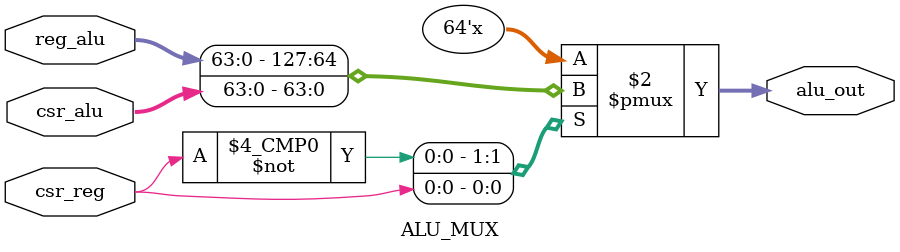
<source format=v>
`timescale 1ns / 1ps

module ALU_MUX(
    input csr_reg,
    input [63:0] reg_alu,
    input [63:0] csr_alu,
    output reg [63:0] alu_out
);
    always@(*) begin
        case (csr_reg)
            1'b0: alu_out = reg_alu;
            1'b1: alu_out = csr_alu;
            default: alu_out = 0;
        endcase
    end
endmodule
</source>
